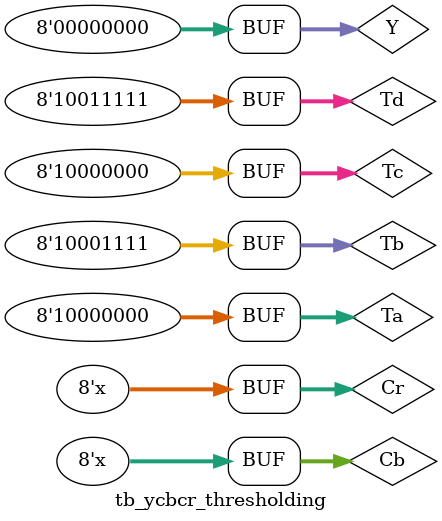
<source format=v>
`timescale 1ns / 1ps


module tb_ycbcr_thresholding;

	// Inputs
	reg [7:0] Y;
	reg [7:0] Cb;
	reg [7:0] Cr;
	reg [7:0] Ta;
	reg [7:0] Tb;
	reg [7:0] Tc;
	reg [7:0] Td;

	// Outputs
	wire [7:0] binary;

	// Instantiate the Unit Under Test (UUT)
	ycbcr_thresholding uut (
		.Y(Y), 
		.Cb(Cb), 
		.Cr(Cr), 
		.Ta(Ta), 
		.Tb(Tb), 
		.Tc(Tc), 
		.Td(Td), 
		.binary(binary)
	);

	initial begin
		// Initialize Inputs
		Y = 0;
		Cb = 0;
		Cr = 0;
		Ta = 8'h80;
		Tb = 8'h8F;
		Tc = 8'h80;
		Td = 8'h9F;

		// Wait 100 ns for global reset to finish
		#100;
        
		// Add stimulus here

	end
always
begin
	#1 Cb = Cb + 1;
	#1 Cr = Cr + 1;
	#2;
end
endmodule


</source>
